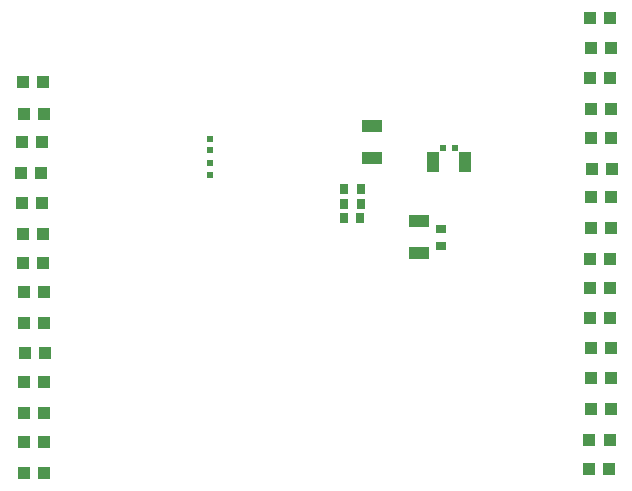
<source format=gbp>
G04*
G04 #@! TF.GenerationSoftware,Altium Limited,Altium Designer,23.10.1 (27)*
G04*
G04 Layer_Color=128*
%FSLAX44Y44*%
%MOMM*%
G71*
G04*
G04 #@! TF.SameCoordinates,EDDF8714-B4F6-4BBB-B34A-9CA9A18AB3C3*
G04*
G04*
G04 #@! TF.FilePolarity,Positive*
G04*
G01*
G75*
%ADD17R,1.0000X1.1000*%
%ADD22R,0.6000X0.5000*%
%ADD26R,1.7000X1.1000*%
%ADD70R,1.1000X1.7000*%
%ADD71R,0.5000X0.6000*%
%ADD72R,0.8000X0.9000*%
%ADD73R,0.9000X0.8000*%
D17*
X83684Y239522D02*
D03*
X66684D02*
D03*
X84192Y213360D02*
D03*
X67192D02*
D03*
X66684Y86868D02*
D03*
X83684D02*
D03*
X83566Y163576D02*
D03*
X66566D02*
D03*
X83684Y112522D02*
D03*
X66684D02*
D03*
X83938Y137414D02*
D03*
X66938D02*
D03*
X84446Y188468D02*
D03*
X67446D02*
D03*
X83430Y288798D02*
D03*
X66430D02*
D03*
X82922Y264668D02*
D03*
X65922D02*
D03*
X81398Y340614D02*
D03*
X64398D02*
D03*
X82414Y315468D02*
D03*
X65414D02*
D03*
X82922Y417576D02*
D03*
X65922D02*
D03*
X82160Y366776D02*
D03*
X65160D02*
D03*
X83566Y390398D02*
D03*
X66566D02*
D03*
X563490Y472186D02*
D03*
X546490D02*
D03*
X563998Y446278D02*
D03*
X546998D02*
D03*
X563490Y421386D02*
D03*
X546490D02*
D03*
X563998Y394716D02*
D03*
X546998D02*
D03*
X563998Y370078D02*
D03*
X546998D02*
D03*
X564506Y344170D02*
D03*
X547506D02*
D03*
X563744Y320040D02*
D03*
X546744D02*
D03*
X564252Y294386D02*
D03*
X547252D02*
D03*
X563490Y267970D02*
D03*
X546490D02*
D03*
X563490Y243332D02*
D03*
X546490D02*
D03*
X563490Y217678D02*
D03*
X546490D02*
D03*
X563744Y192278D02*
D03*
X546744D02*
D03*
X563998Y167386D02*
D03*
X546998D02*
D03*
X564252Y141224D02*
D03*
X547252D02*
D03*
X562728Y114808D02*
D03*
X545728D02*
D03*
X562474Y90170D02*
D03*
X545474D02*
D03*
D22*
X422094Y361949D02*
D03*
X432094D02*
D03*
D26*
X401328Y272899D02*
D03*
Y299899D02*
D03*
X361958Y380672D02*
D03*
Y353671D02*
D03*
D70*
X440520Y349757D02*
D03*
X413520D02*
D03*
D71*
X224798Y348829D02*
D03*
Y338829D02*
D03*
Y369829D02*
D03*
Y359829D02*
D03*
D72*
X338020Y326897D02*
D03*
X352020D02*
D03*
Y314757D02*
D03*
X338020D02*
D03*
X351828Y302513D02*
D03*
X337828D02*
D03*
D73*
X419608Y279146D02*
D03*
Y293146D02*
D03*
M02*

</source>
